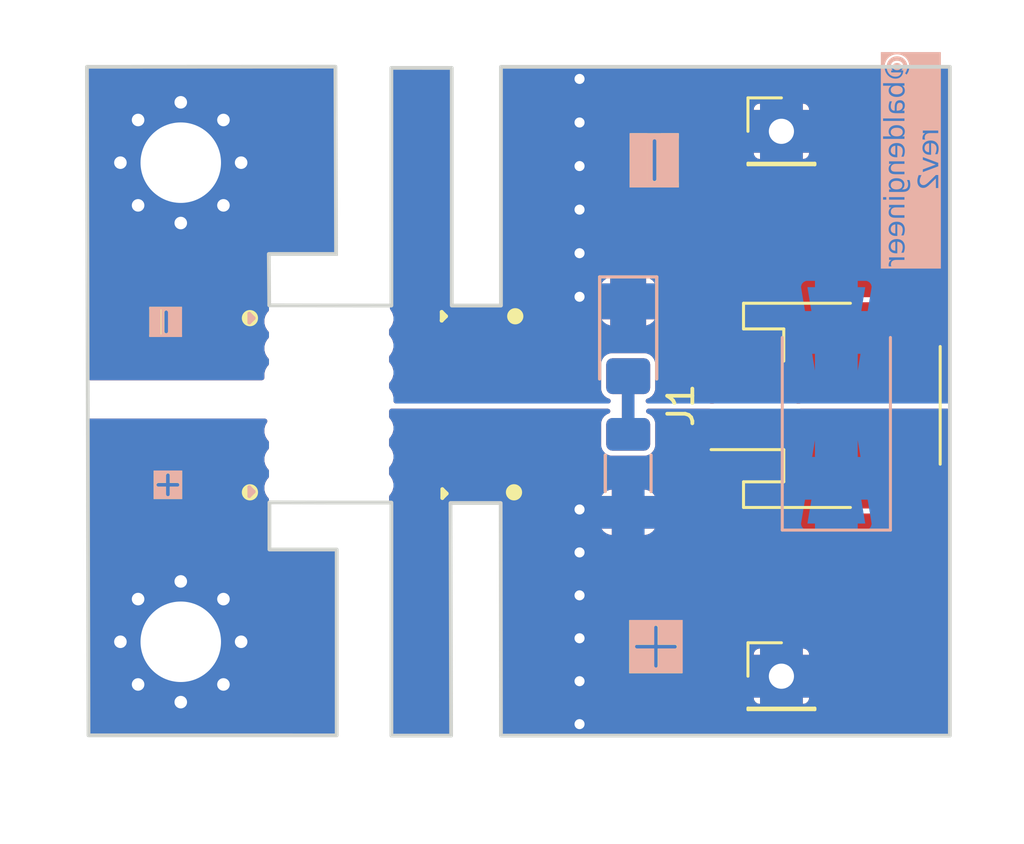
<source format=kicad_pcb>
(kicad_pcb (version 20240108) (generator "pcbnew") (generator_version "8.0")
  (title_block (title "Banana to JST PH SM4") (date "2024-07-10") (rev "2") (company "@baldengineer"))
  (layers (0 "F.Cu" signal) (31 "B.Cu" signal) (34 "B.Paste" user) (35 "F.Paste" user) (36 "B.SilkS" user "B.Silkscreen") (37 "F.SilkS" user "F.Silkscreen") (38 "B.Mask" user) (39 "F.Mask" user) (44 "Edge.Cuts" user))
  (net 0 "")
  (net 1 "GND")
  (net 2 "/Positive")
  (net 3 "Net-(D1-A)")
  (net 4 "Net-(D2-A)")
  (footprint "" (layer "F.Cu") (at 136.89 96.122884)
    (property "Reference" "" (at 0 0 0) (layer "F.SilkS") (effects (font (size 1.27 1.27))))
    (property "Value" "" (at 0 0 0) (layer "F.SilkS") (effects (font (size 1.27 1.27))))
    (pad "" np_thru_hole circle (at 0 0) (size 0.635 0.635) (drill 0.635) (layers "F&B.Cu" "*.Mask"))
  )
  (footprint "My Libraries:25mil_Hole" (layer "F.Cu") (at 133.018494 99.55)
    (property "Reference" "REF**" (hide yes))
    (property "Value" "25mil_Hole")
    (pad "" np_thru_hole circle (at -0.127 -0.2032) (size 0.635 0.635) (drill 0.635) (layers "F&B.Cu" "*.Mask"))
  )
  (footprint "Connector_PinHeader_2.54mm:PinHeader_1x01_P2.54mm_Vertical" (layer "F.Cu") (at 152.8826 88.6714)
    (property "Reference" "J3" (hide yes))
    (property "Value" "Negative")
    (fp_line (start -1.33 -1.33) (end 0 -1.33) (stroke (width 0.12)) (layer "F.SilkS"))
    (fp_line (start -1.33 0) (end -1.33 -1.33) (stroke (width 0.12)) (layer "F.SilkS"))
    (fp_line (start -1.33 1.27) (end -1.33 1.33) (stroke (width 0.12)) (layer "F.SilkS"))
    (fp_line (start -1.33 1.27) (end 1.33 1.27) (stroke (width 0.12)) (layer "F.SilkS"))
    (fp_line (start -1.33 1.33) (end 1.33 1.33) (stroke (width 0.12)) (layer "F.SilkS"))
    (fp_line (start 1.33 1.27) (end 1.33 1.33) (stroke (width 0.12)) (layer "F.SilkS"))
    (pad "1" thru_hole rect (at 0 0) (size 1.7 1.7) (drill 1) (layers "*.Cu" "*.Mask") (net 1 "GND"))
  )
  (footprint "My Libraries:25mil_Hole" (layer "F.Cu") (at 133.018494 103.056308)
    (property "Reference" "REF**" (hide yes))
    (property "Value" "25mil_Hole")
    (pad "" np_thru_hole circle (at -0.127 -0.2032) (size 0.635 0.635) (drill 0.635) (layers "F&B.Cu" "*.Mask"))
  )
  (footprint "MountingHole:MountingHole_3.2mm_M3_Pad_Via" (layer "F.Cu") (at 129.000138 108.96825)
    (property "Reference" "H1" (hide yes))
    (property "Value" "Positive")
    (pad "1" thru_hole circle (at -2.4 0) (size 0.8 0.8) (drill 0.5) (layers "*.Cu" "*.Mask") (net 2 "/Positive"))
    (pad "1" thru_hole circle (at -1.697056 -1.697056) (size 0.8 0.8) (drill 0.5) (layers "*.Cu" "*.Mask") (net 2 "/Positive"))
    (pad "1" thru_hole circle (at -1.697056 1.697056) (size 0.8 0.8) (drill 0.5) (layers "*.Cu" "*.Mask") (net 2 "/Positive"))
    (pad "1" thru_hole circle (at 0 -2.4) (size 0.8 0.8) (drill 0.5) (layers "*.Cu" "*.Mask") (net 2 "/Positive"))
    (pad "1" thru_hole circle (at 0 0) (size 6.4 6.4) (drill 3.2) (layers "*.Cu" "*.Mask") (net 2 "/Positive"))
    (pad "1" thru_hole circle (at 0 2.4) (size 0.8 0.8) (drill 0.5) (layers "*.Cu" "*.Mask") (net 2 "/Positive"))
    (pad "1" thru_hole circle (at 1.697056 -1.697056) (size 0.8 0.8) (drill 0.5) (layers "*.Cu" "*.Mask") (net 2 "/Positive"))
    (pad "1" thru_hole circle (at 1.697056 1.697056) (size 0.8 0.8) (drill 0.5) (layers "*.Cu" "*.Mask") (net 2 "/Positive"))
    (pad "1" thru_hole circle (at 2.4 0) (size 0.8 0.8) (drill 0.5) (layers "*.Cu" "*.Mask") (net 2 "/Positive"))
  )
  (footprint "My Libraries:25mil_Hole" (layer "F.Cu") (at 133.018494 96.43124)
    (property "Reference" "REF**" (hide yes))
    (property "Value" "25mil_Hole")
    (pad "" np_thru_hole circle (at -0.127 -0.2032) (size 0.635 0.635) (drill 0.635) (layers "F&B.Cu" "*.Mask"))
  )
  (footprint "Connector_JST:JST_PH_S2B-PH-SM4-TB_1x02-1MP_P2.00mm_Horizontal" (layer "F.Cu") (at 154.686 99.568 90)
    (property "Reference" "J1" (at 0 -5.8 90) (layer "F.SilkS"))
    (property "Value" "JST S2B-PH-SM4")
    (fp_line (start 4.06 -3.31) (end 3.04 -3.31) (stroke (width 0.12)) (layer "F.SilkS"))
    (fp_line (start 3.04 -3.31) (end 3.04 -1.71) (stroke (width 0.12)) (layer "F.SilkS"))
    (fp_line (start -3.04 -3.31) (end -3.04 -1.71) (stroke (width 0.12)) (layer "F.SilkS"))
    (fp_line (start -4.06 -3.31) (end -3.04 -3.31) (stroke (width 0.12)) (layer "F.SilkS"))
    (fp_line (start 3.04 -1.71) (end 1.76 -1.71) (stroke (width 0.12)) (layer "F.SilkS"))
    (fp_line (start -1.76 -1.71) (end -1.76 -4.6) (stroke (width 0.12)) (layer "F.SilkS"))
    (fp_line (start -3.04 -1.71) (end -1.76 -1.71) (stroke (width 0.12)) (layer "F.SilkS"))
    (fp_line (start 4.06 0.94) (end 4.06 -3.31) (stroke (width 0.12)) (layer "F.SilkS"))
    (fp_line (start -4.06 0.94) (end -4.06 -3.31) (stroke (width 0.12)) (layer "F.SilkS"))
    (fp_line (start -2.34 4.51) (end 2.34 4.51) (stroke (width 0.12)) (layer "F.SilkS"))
    (pad "1" smd roundrect (at -1 -2.85 90) (size 1 3.5) (layers "F.Cu" "F.Paste" "F.Mask") (net 2 "/Positive"))
    (pad "2" smd roundrect (at 1 -2.85 90) (size 1 3.5) (layers "F.Cu" "F.Paste" "F.Mask") (net 1 "GND"))
    (pad "MP" smd roundrect (at -3.35 2.9 90) (size 1.5 3.4) (layers "F.Cu" "F.Paste" "F.Mask") (roundrect_rratio 0.166667))
    (pad "MP" smd roundrect (at 3.35 2.9 90) (size 1.5 3.4) (layers "F.Cu" "F.Paste" "F.Mask") (roundrect_rratio 0.166667))
  )
  (footprint "My Libraries:25mil_Hole" (layer "F.Cu") (at 128.427 99.4932)
    (property "Reference" "REF**" (hide yes))
    (property "Value" "25mil_Hole")
    (pad "" np_thru_hole circle (at -0.127 -0.2032) (size 0.635 0.635) (drill 0.635) (layers "F&B.Cu" "*.Mask"))
  )
  (footprint "My Libraries:25mil_Hole" (layer "F.Cu") (at 127.265494 99.4932)
    (property "Reference" "REF**" (hide yes))
    (property "Value" "25mil_Hole")
    (pad "" np_thru_hole circle (at -0.127 -0.2032) (size 0.635 0.635) (drill 0.635) (layers "F&B.Cu" "*.Mask"))
  )
  (footprint "My Libraries:25mil_Hole" (layer "F.Cu") (at 129.588506 99.4932)
    (property "Reference" "REF**" (hide yes))
    (property "Value" "25mil_Hole")
    (pad "" np_thru_hole circle (at -0.127 -0.2032) (size 0.635 0.635) (drill 0.635) (layers "F&B.Cu" "*.Mask"))
  )
  (footprint "Connector_PinHeader_2.54mm:PinHeader_1x01_P2.54mm_Vertical" (layer "F.Cu") (at 152.8826 110.3376)
    (property "Reference" "J2" (hide yes))
    (property "Value" "Positive")
    (fp_line (start -1.33 -1.33) (end 0 -1.33) (stroke (width 0.12)) (layer "F.SilkS"))
    (fp_line (start -1.33 0) (end -1.33 -1.33) (stroke (width 0.12)) (layer "F.SilkS"))
    (fp_line (start -1.33 1.27) (end -1.33 1.33) (stroke (width 0.12)) (layer "F.SilkS"))
    (fp_line (start -1.33 1.27) (end 1.33 1.27) (stroke (width 0.12)) (layer "F.SilkS"))
    (fp_line (start -1.33 1.33) (end 1.33 1.33) (stroke (width 0.12)) (layer "F.SilkS"))
    (fp_line (start 1.33 1.27) (end 1.33 1.33) (stroke (width 0.12)) (layer "F.SilkS"))
    (pad "1" thru_hole rect (at 0 0) (size 1.7 1.7) (drill 1) (layers "*.Cu" "*.Mask") (net 2 "/Positive"))
  )
  (footprint "My Libraries:25mil_Hole" (layer "F.Cu") (at 130.750012 99.4932)
    (property "Reference" "REF**" (hide yes))
    (property "Value" "25mil_Hole")
    (pad "" np_thru_hole circle (at -0.127 -0.2032) (size 0.635 0.635) (drill 0.635) (layers "F&B.Cu" "*.Mask"))
  )
  (footprint "Resistor_SMD:R_1206_3216Metric_Pad1.30x1.75mm_HandSolder" (layer "F.Cu") (at 146.79 102.27 90)
    (property "Reference" "R1" (hide yes))
    (property "Value" "1k")
    (fp_line (start -0.727064 -0.91) (end 0.727064 -0.91) (stroke (width 0.12)) (layer "F.SilkS"))
    (fp_line (start -0.727064 0.91) (end 0.727064 0.91) (stroke (width 0.12)) (layer "F.SilkS"))
    (pad "1" smd roundrect (at -1.55 0 90) (size 1.3 1.75) (layers "F.Cu" "F.Paste" "F.Mask") (roundrect_rratio 0.192308) (net 2 "/Positive"))
    (pad "2" smd roundrect (at 1.55 0 90) (size 1.3 1.75) (layers "F.Cu" "F.Paste" "F.Mask") (roundrect_rratio 0.192308) (net 3 "Net-(D1-A)"))
  )
  (footprint "My Libraries:25mil_Hole" (layer "F.Cu") (at 133.018494 100.783356)
    (property "Reference" "REF**" (hide yes))
    (property "Value" "25mil_Hole")
    (pad "" np_thru_hole circle (at -0.127 -0.2032) (size 0.635 0.635) (drill 0.635) (layers "F&B.Cu" "*.Mask"))
  )
  (footprint "My Libraries:25mil_Hole" (layer "F.Cu") (at 131.911518 99.4932)
    (property "Reference" "REF**" (hide yes))
    (property "Value" "25mil_Hole")
    (pad "" np_thru_hole circle (at -0.127 -0.2032) (size 0.635 0.635) (drill 0.635) (layers "F&B.Cu" "*.Mask"))
  )
  (footprint "" (layer "F.Cu") (at 136.89 102.747952)
    (property "Reference" "" (at 0 0 0) (layer "F.SilkS") (effects (font (size 1.27 1.27))))
    (property "Value" "" (at 0 0 0) (layer "F.SilkS") (effects (font (size 1.27 1.27))))
    (pad "" np_thru_hole circle (at 0 0) (size 0.635 0.635) (drill 0.635) (layers "F&B.Cu" "*.Mask"))
  )
  (footprint "My Libraries:25mil_Hole" (layer "F.Cu") (at 126.103988 99.4932)
    (property "Reference" "REF**" (hide yes))
    (property "Value" "25mil_Hole")
    (pad "" np_thru_hole circle (at -0.127 -0.2032) (size 0.635 0.635) (drill 0.635) (layers "F&B.Cu" "*.Mask"))
  )
  (footprint "MountingHole:MountingHole_3.2mm_M3_Pad_Via" (layer "F.Cu") (at 129.000138 89.91825)
    (property "Reference" "H2" (hide yes))
    (property "Value" "Negative")
    (pad "1" thru_hole circle (at -2.4 0) (size 0.8 0.8) (drill 0.5) (layers "*.Cu" "*.Mask") (net 1 "GND"))
    (pad "1" thru_hole circle (at -1.697056 -1.697056) (size 0.8 0.8) (drill 0.5) (layers "*.Cu" "*.Mask") (net 1 "GND"))
    (pad "1" thru_hole circle (at -1.697056 1.697056) (size 0.8 0.8) (drill 0.5) (layers "*.Cu" "*.Mask") (net 1 "GND"))
    (pad "1" thru_hole circle (at 0 -2.4) (size 0.8 0.8) (drill 0.5) (layers "*.Cu" "*.Mask") (net 1 "GND"))
    (pad "1" thru_hole circle (at 0 0) (size 6.4 6.4) (drill 3.2) (layers "*.Cu" "*.Mask") (net 1 "GND"))
    (pad "1" thru_hole circle (at 0 2.4) (size 0.8 0.8) (drill 0.5) (layers "*.Cu" "*.Mask") (net 1 "GND"))
    (pad "1" thru_hole circle (at 1.697056 -1.697056) (size 0.8 0.8) (drill 0.5) (layers "*.Cu" "*.Mask") (net 1 "GND"))
    (pad "1" thru_hole circle (at 1.697056 1.697056) (size 0.8 0.8) (drill 0.5) (layers "*.Cu" "*.Mask") (net 1 "GND"))
    (pad "1" thru_hole circle (at 2.4 0) (size 0.8 0.8) (drill 0.5) (layers "*.Cu" "*.Mask") (net 1 "GND"))
  )
  (footprint "" (layer "F.Cu") (at 136.89 97.194764)
    (property "Reference" "" (at 0 0 0) (layer "F.SilkS") (effects (font (size 1.27 1.27))))
    (property "Value" "" (at 0 0 0) (layer "F.SilkS") (effects (font (size 1.27 1.27))))
    (pad "" np_thru_hole circle (at 0 0) (size 0.635 0.635) (drill 0.635) (layers "F&B.Cu" "*.Mask"))
  )
  (footprint "My Libraries:25mil_Hole" (layer "F.Cu") (at 133.018494 97.50312)
    (property "Reference" "REF**" (hide yes))
    (property "Value" "25mil_Hole")
    (pad "" np_thru_hole circle (at -0.127 -0.2032) (size 0.635 0.635) (drill 0.635) (layers "F&B.Cu" "*.Mask"))
  )
  (footprint "" (layer "F.Cu") (at 136.89 99.313124)
    (property "Reference" "" (at 0 0 0) (layer "F.SilkS") (effects (font (size 1.27 1.27))))
    (property "Value" "" (at 0 0 0) (layer "F.SilkS") (effects (font (size 1.27 1.27))))
    (pad "" np_thru_hole circle (at 0 0) (size 0.635 0.635) (drill 0.635) (layers "F&B.Cu" "*.Mask"))
  )
  (footprint "" (layer "F.Cu") (at 136.89 101.611476)
    (property "Reference" "" (at 0 0 0) (layer "F.SilkS") (effects (font (size 1.27 1.27))))
    (property "Value" "" (at 0 0 0) (layer "F.SilkS") (effects (font (size 1.27 1.27))))
    (pad "" np_thru_hole circle (at 0 0) (size 0.635 0.635) (drill 0.635) (layers "F&B.Cu" "*.Mask"))
  )
  (footprint "My Libraries:25mil_Hole" (layer "F.Cu") (at 133.018494 101.919832)
    (property "Reference" "REF**" (hide yes))
    (property "Value" "25mil_Hole")
    (pad "" np_thru_hole circle (at -0.127 -0.2032) (size 0.635 0.635) (drill 0.635) (layers "F&B.Cu" "*.Mask"))
  )
  (footprint "" (layer "F.Cu") (at 136.89 98.266644)
    (property "Reference" "" (at 0 0 0) (layer "F.SilkS") (effects (font (size 1.27 1.27))))
    (property "Value" "" (at 0 0 0) (layer "F.SilkS") (effects (font (size 1.27 1.27))))
    (pad "" np_thru_hole circle (at 0 0) (size 0.635 0.635) (drill 0.635) (layers "F&B.Cu" "*.Mask"))
  )
  (footprint "My Libraries:25mil_Hole" (layer "F.Cu") (at 133.018494 98.575)
    (property "Reference" "REF**" (hide yes))
    (property "Value" "25mil_Hole")
    (pad "" np_thru_hole circle (at -0.127 -0.2032) (size 0.635 0.635) (drill 0.635) (layers "F&B.Cu" "*.Mask"))
  )
  (footprint "" (layer "F.Cu") (at 136.89 100.475)
    (property "Reference" "" (at 0 0 0) (layer "F.SilkS") (effects (font (size 1.27 1.27))))
    (property "Value" "" (at 0 0 0) (layer "F.SilkS") (effects (font (size 1.27 1.27))))
    (pad "" np_thru_hole circle (at 0 0) (size 0.635 0.635) (drill 0.635) (layers "F&B.Cu" "*.Mask"))
  )
  (footprint "LED_SMD:LED_1206_3216Metric_Pad1.42x1.75mm_HandSolder" (layer "F.Cu") (at 146.79 96.92 -90)
    (property "Reference" "D1" (hide yes))
    (property "Value" "Green")
    (fp_line (start -2.46 1.135) (end 1.6 1.135) (stroke (width 0.12)) (layer "F.SilkS"))
    (fp_line (start -2.46 -1.135) (end -2.46 1.135) (stroke (width 0.12)) (layer "F.SilkS"))
    (fp_line (start 1.6 -1.135) (end -2.46 -1.135) (stroke (width 0.12)) (layer "F.SilkS"))
    (pad "1" smd roundrect (at -1.4875 0 270) (size 1.425 1.75) (layers "F.Cu" "F.Paste" "F.Mask") (roundrect_rratio 0.175439) (net 1 "GND"))
    (pad "2" smd roundrect (at 1.4875 0 270) (size 1.425 1.75) (layers "F.Cu" "F.Paste" "F.Mask") (roundrect_rratio 0.175439) (net 3 "Net-(D1-A)"))
  )
  (footprint "Resistor_SMD:R_1206_3216Metric_Pad1.30x1.75mm_HandSolder" (layer "B.Cu") (at 146.79 102.27 90)
    (property "Reference" "R2" (hide yes))
    (property "Value" "1k")
    (fp_line (start 0.727064 -0.91) (end -0.727064 -0.91) (stroke (width 0.12)) (layer "B.SilkS"))
    (fp_line (start 0.727064 0.91) (end -0.727064 0.91) (stroke (width 0.12)) (layer "B.SilkS"))
    (pad "1" smd roundrect (at -1.55 0 90) (size 1.3 1.75) (layers "B.Cu" "B.Paste" "B.Mask") (roundrect_rratio 0.192308) (net 2 "/Positive"))
    (pad "2" smd roundrect (at 1.55 0 90) (size 1.3 1.75) (layers "B.Cu" "B.Paste" "B.Mask") (roundrect_rratio 0.192308) (net 4 "Net-(D2-A)"))
  )
  (footprint "Diode_SMD:D_SMA-SMB_Universal_Handsoldering" (layer "B.Cu") (at 155.067 99.568 90)
    (property "Reference" "D3" (hide yes))
    (property "Value" "SMBJ6.0A")
    (fp_line (start 2.7 -2.15) (end -4.96 -2.15) (stroke (width 0.12)) (layer "B.SilkS"))
    (fp_line (start -4.96 -2.15) (end -4.96 2.15) (stroke (width 0.12)) (layer "B.SilkS"))
    (fp_line (start 2.7 2.15) (end -4.96 2.15) (stroke (width 0.12)) (layer "B.SilkS"))
    (pad "1" smd trapezoid (at -2.9 0 90) (size 3.6 1.7) (rect_delta 0.6 0) (layers "B.Cu" "B.Paste" "B.Mask") (net 2 "/Positive"))
    (pad "2" smd trapezoid (at 2.9 0 270) (size 3.6 1.7) (rect_delta 0.6 0) (layers "B.Cu" "B.Paste" "B.Mask") (net 1 "GND"))
  )
  (footprint "LED_SMD:LED_1206_3216Metric_Pad1.42x1.75mm_HandSolder" (layer "B.Cu") (at 146.79 96.92 -90)
    (property "Reference" "D2" (hide yes))
    (property "Value" "Green")
    (fp_line (start -2.46 1.135) (end 1.6 1.135) (stroke (width 0.12)) (layer "B.SilkS"))
    (fp_line (start -2.46 -1.135) (end -2.46 1.135) (stroke (width 0.12)) (layer "B.SilkS"))
    (fp_line (start 1.6 -1.135) (end -2.46 -1.135) (stroke (width 0.12)) (layer "B.SilkS"))
    (pad "1" smd roundrect (at -1.4875 0 270) (size 1.425 1.75) (layers "B.Cu" "B.Paste" "B.Mask") (roundrect_rratio 0.175439) (net 1 "GND"))
    (pad "2" smd roundrect (at 1.4875 0 270) (size 1.425 1.75) (layers "B.Cu" "B.Paste" "B.Mask") (roundrect_rratio 0.175439) (net 4 "Net-(D2-A)"))
  )
  (gr_rect (start 127.75 95.65) (end 129.05 95.75) (fill solid) (layer "B.SilkS"))
  (gr_rect (start 127.75 96.75) (end 129.05 96.85) (fill solid) (layer "B.SilkS"))
  (gr_line (start 131.725 95.925) (end 131.725 96.275) (stroke (width 0.15)) (layer "B.SilkS"))
  (gr_line (start 131.725 95.95) (end 131.725 95.925) (stroke (width 0.15)) (layer "B.SilkS"))
  (gr_line (start 131.725 103.175) (end 131.9 103) (stroke (width 0.15)) (layer "B.SilkS"))
  (gr_line (start 131.725 96.275) (end 131.9 96.1) (stroke (width 0.15)) (layer "B.SilkS"))
  (gr_line (start 131.725 95.925) (end 131.9 96.1) (stroke (width 0.15)) (layer "B.SilkS"))
  (gr_line (start 131.725 102.825) (end 131.725 103.175) (stroke (width 0.15)) (layer "B.SilkS"))
  (gr_rect (start 127.75 95.675) (end 128.2 96.825) (fill solid) (layer "B.SilkS"))
  (gr_rect (start 146.85 88.75) (end 147.55 90.9) (fill solid) (layer "B.SilkS"))
  (gr_rect (start 128.55 95.675) (end 129.05 96.825) (fill solid) (layer "B.SilkS"))
  (gr_line (start 131.725 102.85) (end 131.725 102.825) (stroke (width 0.15)) (layer "B.SilkS"))
  (gr_rect (start 148.1 88.75) (end 148.8 90.9) (fill solid) (layer "B.SilkS"))
  (gr_rect (start 146.85 90.7) (end 148.75 90.9) (fill solid) (layer "B.SilkS"))
  (gr_rect (start 146.85 88.75) (end 148.75 88.95) (fill solid) (layer "B.SilkS"))
  (gr_line (start 131.725 102.825) (end 131.9 103) (stroke (width 0.15)) (layer "B.SilkS"))
  (gr_rect (start 128.6 95.675) (end 129.05 96.825) (fill solid) (layer "F.SilkS"))
  (gr_rect (start 146.9 90.7) (end 148.8 90.9) (fill solid) (layer "F.SilkS"))
  (gr_rect (start 127.75 95.65) (end 129.05 95.75) (fill solid) (layer "F.SilkS"))
  (gr_rect (start 127.75 95.675) (end 128.25 96.825) (fill solid) (layer "F.SilkS"))
  (gr_line (start 139.575 103.075) (end 139.4 103.25) (stroke (width 0.15)) (layer "F.SilkS"))
  (gr_circle (center 131.75 96.1) (end 131.997487 96.1) (stroke (width 0.15)) (fill solid) (layer "F.SilkS"))
  (gr_rect (start 127.75 96.75) (end 129.05 96.85) (fill solid) (layer "F.SilkS"))
  (gr_circle (center 131.75 103.025) (end 131.997487 103.025) (stroke (width 0.15)) (fill solid) (layer "F.SilkS"))
  (gr_circle (center 142.3 96.025) (end 142.547487 96.025) (stroke (width 0.15)) (fill solid) (layer "F.SilkS"))
  (gr_line (start 139.375 95.85) (end 139.375 96.2) (stroke (width 0.15)) (layer "F.SilkS"))
  (gr_rect (start 146.9 88.75) (end 148.8 88.95) (fill solid) (layer "F.SilkS"))
  (gr_line (start 139.575 103.075) (end 139.4 102.9) (stroke (width 0.15)) (layer "F.SilkS"))
  (gr_circle (center 142.25 103.025) (end 142.497487 103.025) (stroke (width 0.15)) (fill solid) (layer "F.SilkS"))
  (gr_rect (start 148.1 88.75) (end 148.8 90.9) (fill solid) (layer "F.SilkS"))
  (gr_line (start 139.4 103.25) (end 139.4 103.225) (stroke (width 0.15)) (layer "F.SilkS"))
  (gr_line (start 139.55 96.025) (end 139.375 95.85) (stroke (width 0.15)) (layer "F.SilkS"))
  (gr_rect (start 146.85 88.75) (end 147.55 90.9) (fill solid) (layer "F.SilkS"))
  (gr_line (start 139.4 102.9) (end 139.4 103.25) (stroke (width 0.15)) (layer "F.SilkS"))
  (gr_line (start 139.55 96.025) (end 139.375 96.2) (stroke (width 0.15)) (layer "F.SilkS"))
  (gr_line (start 139.375 96.2) (end 139.375 96.175) (stroke (width 0.15)) (layer "F.SilkS"))
  (gr_poly (pts (xy 125.2702 86.106) (xy 135.15 86.1) (xy 135.175 93.5482) (xy 132.5 93.5482) (xy 132.517627 95.590973) (xy 137.375 95.6) (xy 137.373381 86.149359) (xy 139.775 86.15) (xy 139.775012 94.8) (xy 139.775 95.6) (xy 141.732 95.6) (xy 141.732 86.106) (xy 159.581 86.106) (xy 159.581 112.6998) (xy 141.732 112.6998) (xy 141.720678 103.45) (xy 139.725 103.45) (xy 139.75 112.7) (xy 137.375 112.7) (xy 137.375709 103.4326) (xy 135.12 103.4326) (xy 132.525 103.425) (xy 132.525 105.3) (xy 135.2 105.3) (xy 135.2 112.689823) (xy 125.331349 112.689451)) (stroke (width 0.15)) (fill none) (layer "Edge.Cuts"))
  (gr_text "+" (at 149.237695 110.172505 0) (layer "B.SilkS" knockout) (effects (font (size 2 2)) (justify left bottom mirror)))
  (gr_text "-" (at 146.8246 91.1606 -90) (layer "B.SilkS" knockout) (effects (font (size 2 2)) (justify left bottom mirror)))
  (gr_text "@baldengineer\nrev2" (at 158.115 89.789 90) (layer "B.SilkS" knockout) (effects (font (size 0.8 0.8)) (justify mirror)))
  (gr_text "-" (at 128.4895 96.25 -90) (layer "B.SilkS" knockout) (effects (font (size 1 1)) (justify mirror)))
  (gr_text "+" (at 128.4895 102.65 0) (layer "B.SilkS" knockout) (effects (font (size 1 1)) (justify mirror)))
  (gr_text "+" (at 128.4895 102.656775 0) (layer "F.SilkS" knockout) (effects (font (size 1 1))))
  (gr_text "-" (at 148.85 91.15 90) (layer "F.SilkS" knockout) (effects (font (size 2 2)) (justify left bottom)))
  (gr_text "+" (at 146.55 110.1789 0) (layer "F.SilkS" knockout) (effects (font (size 2 2)) (justify left bottom)))
  (gr_text "-" (at 128.35 96.25 90) (layer "F.SilkS" knockout) (effects (font (size 1 1))))
  (segment (start 138.5 88.45) (end 138.5 91.25) (width 0.25) (layer "F.Cu") (net 1))
  (via (at 144.8562 86.5886) (size 0.8) (drill 0.4) (layers "F.Cu" "B.Cu") (net 1))
  (via (at 144.8562 95.25) (size 0.8) (drill 0.4) (layers "F.Cu" "B.Cu") (net 1))
  (via (at 144.8562 88.32088) (size 0.8) (drill 0.4) (layers "F.Cu" "B.Cu") (net 1))
  (via (at 144.8562 90.05316) (size 0.8) (drill 0.4) (layers "F.Cu" "B.Cu") (net 1))
  (via (at 144.8562 91.78544) (size 0.8) (drill 0.4) (layers "F.Cu" "B.Cu") (net 1))
  (via (at 144.8562 93.51772) (size 0.8) (drill 0.4) (layers "F.Cu" "B.Cu") (net 1))
  (segment (start 138.5 88.475) (end 138.5 91.275) (width 0.25) (layer "B.Cu") (net 1))
  (via (at 144.8562 110.53572) (size 0.8) (drill 0.4) (layers "F.Cu" "B.Cu") (net 2))
  (via (at 144.8562 105.41508) (size 0.8) (drill 0.4) (layers "F.Cu" "B.Cu") (net 2))
  (via (at 144.8562 107.12196) (size 0.8) (drill 0.4) (layers "F.Cu" "B.Cu") (net 2))
  (via (at 144.8562 103.7082) (size 0.8) (drill 0.4) (layers "F.Cu" "B.Cu") (net 2))
  (via (at 144.8562 108.82884) (size 0.8) (drill 0.4) (layers "F.Cu" "B.Cu") (net 2))
  (via (at 144.8562 112.2426) (size 0.8) (drill 0.4) (layers "F.Cu" "B.Cu") (net 2))
  (segment (start 146.79 98.4075) (end 146.79 100.72) (width 0.5) (layer "F.Cu") (net 3))
  (segment (start 146.79 98.4075) (end 146.79 100.72) (width 0.5) (layer "B.Cu") (net 4))
  (zone (net 2) (net_name "/Positive") (layers "F&B.Cu") (priority 1) (connect_pads yes (clearance 0)) (min_thickness 0.25) (fill yes (thermal_gap 0.5) (thermal_bridge_width 0.5) (island_removal_mode 1) (island_area_min 10))
    (polygon (pts (xy 124.55 116.55) (xy 124.55 105.8) (xy 125.575 104.775) (xy 132 104.775) (xy 133.225 106) (xy 133.225 113.675) (xy 130.975 115.925) (xy 124.875 115.925) (xy 124.875 116.225)))
  )
  (zone (net 1) (net_name "GND") (layers "F&B.Cu") (connect_pads yes (clearance 0)) (min_thickness 0.25) (fill yes (thermal_gap 0.5) (thermal_bridge_width 0.5) (island_removal_mode 1) (island_area_min 10))
    (polygon (pts (xy 125.1 83.475) (xy 133.325 83.475) (xy 133.325 92.575) (xy 131.875 94.025) (xy 125.125 94.025) (xy 124.9 94.25) (xy 124.45 93.8) (xy 124.45 83.925) (xy 124.925 83.45) (xy 125.125 83.45)))
  )
  (zone (net 2) (net_name "/Positive") (layers "F&B.Cu") (priority 1) (connect_pads (clearance 0.1524)) (min_thickness 0.2032) (fill yes (thermal_gap 0.25) (thermal_bridge_width 5) (island_removal_mode 1) (island_area_min 10))
    (polygon (pts (xy 162.55 114.675) (xy 162.55 99.8) (xy 162.45 99.7) (xy 122.5 99.7) (xy 122.5 113.725) (xy 123.45 114.675)))
  )
  (zone (net 1) (net_name "GND") (layers "F&B.Cu") (connect_pads (clearance 0.1524)) (min_thickness 0.2032) (fill yes (thermal_gap 0.25) (thermal_bridge_width 5) (island_removal_mode 1) (island_area_min 10))
    (polygon (pts (xy 123.55 84.85) (xy 160 84.85) (xy 160.8 85.65) (xy 160.8 99.5) (xy 123.975 99.5) (xy 122.8 98.325) (xy 122.8 85.6) (xy 123.5 84.9)))
  )
  (zone (net 0) (net_name "") (layers "F&B.Cu" "User.5") (connect_pads (clearance 0)) (min_thickness 0.254)
    (keepout (tracks not_allowed) (vias not_allowed) (pads allowed) (copperpour not_allowed) (footprints allowed))
    (fill (thermal_gap 0.254) (thermal_bridge_width 1.016) (island_removal_mode 2) (island_area_min 10))
    (polygon (pts (xy 132.50788 95.55705) (xy 137.28308 95.55705) (xy 137.28308 103.40565) (xy 132.50788 103.40565)))
  )
  (zone (net 0) (net_name "") (layers "F&B.Cu" "User.5") (connect_pads (clearance 0)) (min_thickness 0.254)
    (keepout (tracks not_allowed) (vias not_allowed) (pads allowed) (copperpour not_allowed) (footprints allowed))
    (fill (thermal_gap 0.254) (thermal_bridge_width 1.016) (island_removal_mode 2) (island_area_min 10))
    (polygon (pts (xy 125.118644 98.56965) (xy 136.096644 98.56965) (xy 136.096644 99.83965) (xy 136.096644 100.09365) (xy 125.118644 100.09365)))
  )
)
</source>
